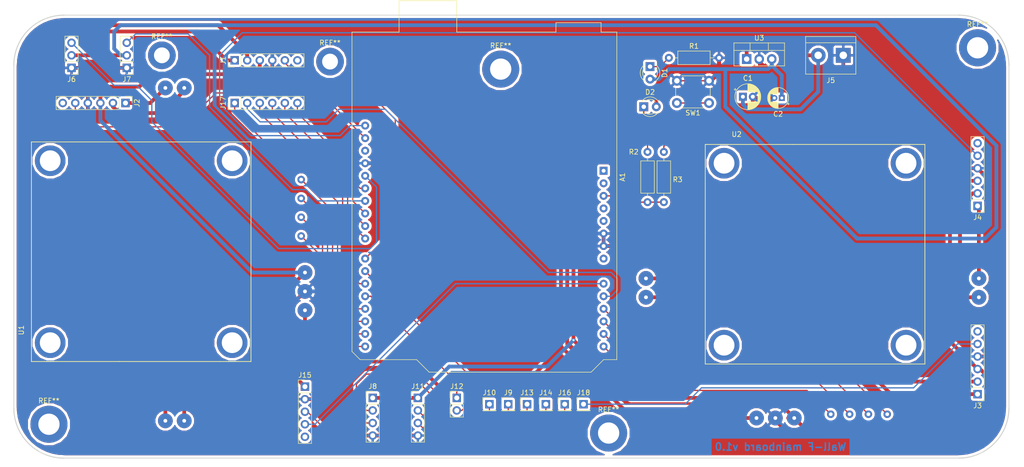
<source format=kicad_pcb>
(kicad_pcb (version 20171130) (host pcbnew "(5.0.1)-4")
  (layers (0 F.Cu signal) (31 B.Cu signal) (34 B.Paste user) (35 F.Paste user) (36 B.SilkS user) (37 F.SilkS user) (38 B.Mask user) (39 F.Mask user) (44 Edge.Cuts user))
  (net 0 "")
  (net 1 westP0_22)
  (net 2 southP0_23)
  (net 3 "Net-(A1-Pad1)")
  (net 4 southP0_29)
  (net 5 "Net-(A1-Pad2)")
  (net 6 southP0_9)
  (net 7 "Net-(A1-Pad3)")
  (net 8 RX_Pi)
  (net 9 "Net-(A1-Pad4)")
  (net 10 "Net-(A1-Pad20)")
  (net 11 "Net-(A1-Pad5)")
  (net 12 TX_Pi)
  (net 13 Earth)
  (net 14 northP0_0)
  (net 15 "Net-(A1-Pad23)")
  (net 16 "Net-(A1-Pad8)")
  (net 17 "Net-(A1-Pad24)")
  (net 18 TX)
  (net 19 "Net-(A1-Pad25)")
  (net 20 A1)
  (net 21 servo_leftright)
  (net 22 westP1_8)
  (net 23 "Net-(A1-Pad27)")
  (net 24 westP0_5)
  (net 25 servo_updown)
  (net 26 eastP0_6)
  (net 27 eastP0_7)
  (net 28 "Net-(A1-Pad30)")
  (net 29 northP1_10)
  (net 30 northP1_9)
  (net 31 12V)
  (net 32 5VU3)
  (net 33 "Net-(D1-Pad1)")
  (net 34 "Net-(D2-Pad1)")
  (net 35 5VU2)
  (net 36 north_out2)
  (net 37 north_out1)
  (net 38 5VU1)
  (net 39 "Net-(J1-Pad6)")
  (net 40 south_out2)
  (net 41 south_out1)
  (net 42 "Net-(J2-Pad6)")
  (net 43 east_out2)
  (net 44 east_out1)
  (net 45 eastP1_0)
  (net 46 "Net-(J3-Pad6)")
  (net 47 "Net-(J4-Pad6)")
  (net 48 west_out1)
  (net 49 west_out2)
  (net 50 echo_front)
  (net 51 trig_front)
  (net 52 trig_rear)
  (net 53 echo_rear)
  (net 54 RX)
  (net 55 "Net-(J15-Pad5)")
  (net 56 "Net-(R3-Pad1)")
  (module MountingHole:MountingHole_3.2mm_M3_DIN965_Pad (layer F.Cu) (at 142.24 102.108)
    (fp_text reference REF** (at 0 -3.8) (layer F.SilkS))
    (fp_text value MountingHole_3.2mm hide)
    (pad 1 thru_hole circle (at 0 0) (size 5.6 5.6) (drill 3.2) (layers *.Cu *.Mask))
  )
  (module MountingHole:MountingHole_4.3mm_M4_DIN965_Pad (layer F.Cu) (at 210.82 104.902)
    (fp_text reference REF** (at 0 -4.75) (layer F.SilkS))
    (fp_text value MountingHole_4.3mm hide)
    (pad 1 thru_hole circle (at 0 0) (size 7.5 7.5) (drill 4.3) (layers *.Cu *.Mask))
  )
  (module MountingHole:MountingHole_4.3mm_M4_DIN965_Pad (layer F.Cu) (at 307.34 100.584)
    (fp_text reference REF** (at 0 -4.75) (layer F.SilkS))
    (fp_text value MountingHole_4.3mm hide)
    (pad 1 thru_hole circle (at 0 0) (size 7.5 7.5) (drill 4.3) (layers *.Cu *.Mask))
  )
  (module MountingHole:MountingHole_4.3mm_M4_DIN965_Pad (layer F.Cu) (at 232.664 178.562)
    (fp_text reference REF** (at 0 -4.75) (layer F.SilkS))
    (fp_text value MountingHole_4.3mm hide)
    (pad 1 thru_hole circle (at 0 0) (size 7.5 7.5) (drill 4.3) (layers *.Cu *.Mask))
  )
  (module Module:Arduino_UNO_R3 (layer F.Cu) (at 231.648 125.476 270)
    (fp_text reference A1 (at 1.27 -3.81 90) (layer F.SilkS))
    (fp_text value LPCXpresso1549)
    (pad 16 thru_hole oval (at 33.02 48.26) (size 1.6 1.6) (drill 0.8) (layers *.Cu *.Mask) (net 30 northP1_9))
    (pad 15 thru_hole oval (at 35.56 48.26) (size 1.6 1.6) (drill 0.8) (layers *.Cu *.Mask) (net 29 northP1_10))
    (pad 30 thru_hole oval (at -4.06 48.26) (size 1.6 1.6) (drill 0.8) (layers *.Cu *.Mask) (net 28 "Net-(A1-Pad30)"))
    (pad 14 thru_hole oval (at 35.56 0) (size 1.6 1.6) (drill 0.8) (layers *.Cu *.Mask) (net 27 eastP0_7))
    (pad 29 thru_hole oval (at -1.52 48.26) (size 1.6 1.6) (drill 0.8) (layers *.Cu *.Mask) (net 13 Earth))
    (pad 13 thru_hole oval (at 33.02 0) (size 1.6 1.6) (drill 0.8) (layers *.Cu *.Mask) (net 26 eastP0_6))
    (pad 28 thru_hole oval (at 1.02 48.26) (size 1.6 1.6) (drill 0.8) (layers *.Cu *.Mask) (net 25 servo_updown))
    (pad 12 thru_hole oval (at 30.48 0) (size 1.6 1.6) (drill 0.8) (layers *.Cu *.Mask) (net 24 westP0_5))
    (pad 27 thru_hole oval (at 3.56 48.26) (size 1.6 1.6) (drill 0.8) (layers *.Cu *.Mask) (net 23 "Net-(A1-Pad27)"))
    (pad 11 thru_hole oval (at 27.94 0) (size 1.6 1.6) (drill 0.8) (layers *.Cu *.Mask) (net 22 westP1_8))
    (pad 26 thru_hole oval (at 6.1 48.26) (size 1.6 1.6) (drill 0.8) (layers *.Cu *.Mask) (net 21 servo_leftright))
    (pad 10 thru_hole oval (at 25.4 0) (size 1.6 1.6) (drill 0.8) (layers *.Cu *.Mask) (net 20 A1))
    (pad 25 thru_hole oval (at 8.64 48.26) (size 1.6 1.6) (drill 0.8) (layers *.Cu *.Mask) (net 19 "Net-(A1-Pad25)"))
    (pad 9 thru_hole oval (at 22.86 0) (size 1.6 1.6) (drill 0.8) (layers *.Cu *.Mask) (net 18 TX))
    (pad 24 thru_hole oval (at 11.18 48.26) (size 1.6 1.6) (drill 0.8) (layers *.Cu *.Mask) (net 17 "Net-(A1-Pad24)"))
    (pad 8 thru_hole oval (at 17.78 0) (size 1.6 1.6) (drill 0.8) (layers *.Cu *.Mask) (net 16 "Net-(A1-Pad8)"))
    (pad 23 thru_hole oval (at 13.72 48.26) (size 1.6 1.6) (drill 0.8) (layers *.Cu *.Mask) (net 15 "Net-(A1-Pad23)"))
    (pad 7 thru_hole oval (at 15.24 0) (size 1.6 1.6) (drill 0.8) (layers *.Cu *.Mask) (net 13 Earth))
    (pad 22 thru_hole oval (at 17.78 48.26) (size 1.6 1.6) (drill 0.8) (layers *.Cu *.Mask) (net 14 northP0_0))
    (pad 6 thru_hole oval (at 12.7 0) (size 1.6 1.6) (drill 0.8) (layers *.Cu *.Mask) (net 13 Earth))
    (pad 21 thru_hole oval (at 20.32 48.26) (size 1.6 1.6) (drill 0.8) (layers *.Cu *.Mask) (net 12 TX_Pi))
    (pad 5 thru_hole oval (at 10.16 0) (size 1.6 1.6) (drill 0.8) (layers *.Cu *.Mask) (net 11 "Net-(A1-Pad5)"))
    (pad 20 thru_hole oval (at 22.86 48.26) (size 1.6 1.6) (drill 0.8) (layers *.Cu *.Mask) (net 10 "Net-(A1-Pad20)"))
    (pad 4 thru_hole oval (at 7.62 0) (size 1.6 1.6) (drill 0.8) (layers *.Cu *.Mask) (net 9 "Net-(A1-Pad4)"))
    (pad 19 thru_hole oval (at 25.4 48.26) (size 1.6 1.6) (drill 0.8) (layers *.Cu *.Mask) (net 8 RX_Pi))
    (pad 3 thru_hole oval (at 5.08 0) (size 1.6 1.6) (drill 0.8) (layers *.Cu *.Mask) (net 7 "Net-(A1-Pad3)"))
    (pad 18 thru_hole oval (at 27.94 48.26) (size 1.6 1.6) (drill 0.8) (layers *.Cu *.Mask) (net 6 southP0_9))
    (pad 2 thru_hole oval (at 2.54 0) (size 1.6 1.6) (drill 0.8) (layers *.Cu *.Mask) (net 5 "Net-(A1-Pad2)"))
    (pad 17 thru_hole oval (at 30.48 48.26) (size 1.6 1.6) (drill 0.8) (layers *.Cu *.Mask) (net 4 southP0_29))
    (pad 1 thru_hole rect (at 0 0) (size 1.6 1.6) (drill 0.8) (layers *.Cu *.Mask) (net 3 "Net-(A1-Pad1)"))
    (pad 31 thru_hole oval (at -6.6 48.26) (size 1.6 1.6) (drill 0.8) (layers *.Cu *.Mask) (net 2 southP0_23))
    (pad 32 thru_hole oval (at -9.14 48.26) (size 1.6 1.6) (drill 0.8) (layers *.Cu *.Mask) (net 1 westP0_22))
  )
  (module customm:l298module (layer F.Cu) (at 252.222 120.142)
    (fp_text reference U2 (at 6.35 -2.04) (layer F.SilkS))
    (fp_text value L298module)
    (pad 12 thru_hole circle (at 40.64 3.81) (size 6.2 6.2) (drill 4.2) (layers *.Cu *.Mask))
    (pad 11 thru_hole circle (at 55.38 27.12) (size 3 3) (drill 0.762) (layers *.Cu *.Mask) (net 49 west_out2))
    (pad 10 thru_hole circle (at 55.38 30.94) (size 3 3) (drill 0.762) (layers *.Cu *.Mask) (net 48 west_out1))
    (pad 8 thru_hole circle (at -12 27.12) (size 3 3) (drill 0.762) (layers *.Cu *.Mask) (net 44 east_out1))
    (pad 9 thru_hole circle (at -12 30.94) (size 3 3) (drill 0.762) (layers *.Cu *.Mask) (net 43 east_out2))
    (pad 1 thru_hole circle (at 10.37 55.38) (size 3 3) (drill 0.762) (layers *.Cu *.Mask) (net 31 12V))
    (pad 2 thru_hole circle (at 14.19 55.38) (size 3 3) (drill 0.762) (layers *.Cu *.Mask) (net 13 Earth))
    (pad 3 thru_hole circle (at 18.01 55.38) (size 3 3) (drill 0.762) (layers *.Cu *.Mask) (net 35 5VU2))
    (pad 4 thru_hole circle (at 25.4 54.61) (size 1.524 1.524) (drill 0.762) (layers *.Cu *.Mask) (net 27 eastP0_7))
    (pad 5 thru_hole circle (at 29.21 54.61) (size 1.524 1.524) (drill 0.762) (layers *.Cu *.Mask) (net 26 eastP0_6))
    (pad 6 thru_hole circle (at 33.02 54.61) (size 1.524 1.524) (drill 0.762) (layers *.Cu *.Mask) (net 24 westP0_5))
    (pad 7 thru_hole circle (at 36.83 54.61) (size 1.524 1.524) (drill 0.762) (layers *.Cu *.Mask) (net 22 westP1_8))
    (pad 12 thru_hole circle (at 3.81 3.81) (size 6.2 6.2) (drill 4.2) (layers *.Cu *.Mask))
    (pad 12 thru_hole circle (at 3.81 40.64) (size 6.2 6.2) (drill 4.2) (layers *.Cu *.Mask))
    (pad 12 thru_hole circle (at 40.64 40.64) (size 6.2 6.2) (drill 4.2) (layers *.Cu *.Mask))
  )
  (module customm:l298module (layer F.Cu) (at 115.824 164.084 90)
    (fp_text reference U1 (at 6.35 -2.04 90) (layer F.SilkS))
    (fp_text value L298module)
    (pad 12 thru_hole circle (at 40.64 3.81 90) (size 6.2 6.2) (drill 4.2) (layers *.Cu *.Mask))
    (pad 11 thru_hole circle (at 55.38 27.12 90) (size 3 3) (drill 0.762) (layers *.Cu *.Mask) (net 40 south_out2))
    (pad 10 thru_hole circle (at 55.38 30.94 90) (size 3 3) (drill 0.762) (layers *.Cu *.Mask) (net 41 south_out1))
    (pad 8 thru_hole circle (at -12 27.12 90) (size 3 3) (drill 0.762) (layers *.Cu *.Mask) (net 37 north_out1))
    (pad 9 thru_hole circle (at -12 30.94 90) (size 3 3) (drill 0.762) (layers *.Cu *.Mask) (net 36 north_out2))
    (pad 1 thru_hole circle (at 10.37 55.38 90) (size 3 3) (drill 0.762) (layers *.Cu *.Mask) (net 31 12V))
    (pad 2 thru_hole circle (at 14.19 55.38 90) (size 3 3) (drill 0.762) (layers *.Cu *.Mask) (net 13 Earth))
    (pad 3 thru_hole circle (at 18.01 55.38 90) (size 3 3) (drill 0.762) (layers *.Cu *.Mask) (net 38 5VU1))
    (pad 4 thru_hole circle (at 25.4 54.61 90) (size 1.524 1.524) (drill 0.762) (layers *.Cu *.Mask) (net 29 northP1_10))
    (pad 5 thru_hole circle (at 29.21 54.61 90) (size 1.524 1.524) (drill 0.762) (layers *.Cu *.Mask) (net 30 northP1_9))
    (pad 6 thru_hole circle (at 33.02 54.61 90) (size 1.524 1.524) (drill 0.762) (layers *.Cu *.Mask) (net 4 southP0_29))
    (pad 7 thru_hole circle (at 36.83 54.61 90) (size 1.524 1.524) (drill 0.762) (layers *.Cu *.Mask) (net 6 southP0_9))
    (pad 12 thru_hole circle (at 3.81 3.81 90) (size 6.2 6.2) (drill 4.2) (layers *.Cu *.Mask))
    (pad 12 thru_hole circle (at 3.81 40.64 90) (size 6.2 6.2) (drill 4.2) (layers *.Cu *.Mask))
    (pad 12 thru_hole circle (at 40.64 40.64 90) (size 6.2 6.2) (drill 4.2) (layers *.Cu *.Mask))
  )
  (module Capacitor_THT:CP_Radial_D5.0mm_P2.00mm (layer F.Cu) (at 259.842 110.49)
    (fp_text reference C1 (at 1 -3.75) (layer F.SilkS))
    (fp_text value 0.33uF)
    (pad 2 thru_hole circle (at 2 0) (size 1.6 1.6) (drill 0.8) (layers *.Cu *.Mask) (net 13 Earth))
    (pad 1 thru_hole rect (at 0 0) (size 1.6 1.6) (drill 0.8) (layers *.Cu *.Mask) (net 31 12V))
  )
  (module Capacitor_THT:CP_Radial_D4.0mm_P1.50mm (layer F.Cu) (at 267.716 110.744 180)
    (fp_text reference C2 (at 0.75 -3.25 180) (layer F.SilkS))
    (fp_text value "104 ceramic")
    (pad 2 thru_hole circle (at 1.5 0 180) (size 1.2 1.2) (drill 0.6) (layers *.Cu *.Mask) (net 13 Earth))
    (pad 1 thru_hole rect (at 0 0 180) (size 1.2 1.2) (drill 0.6) (layers *.Cu *.Mask) (net 32 5VU3))
  )
  (module LED_THT:LED_D3.0mm (layer F.Cu) (at 241.046 104.394 270)
    (fp_text reference D1 (at 1.27 -2.96 270) (layer F.SilkS))
    (fp_text value "5VU3 LED")
    (pad 2 thru_hole circle (at 2.54 0 270) (size 1.8 1.8) (drill 0.9) (layers *.Cu *.Mask) (net 32 5VU3))
    (pad 1 thru_hole rect (at 0 0 270) (size 1.8 1.8) (drill 0.9) (layers *.Cu *.Mask) (net 33 "Net-(D1-Pad1)"))
  )
  (module LED_THT:LED_D3.0mm (layer F.Cu) (at 239.776 112.522)
    (fp_text reference D2 (at 1.27 -2.96) (layer F.SilkS))
    (fp_text value "reset LED")
    (pad 2 thru_hole circle (at 2.54 0) (size 1.8 1.8) (drill 0.9) (layers *.Cu *.Mask) (net 35 5VU2))
    (pad 1 thru_hole rect (at 0 0) (size 1.8 1.8) (drill 0.9) (layers *.Cu *.Mask) (net 34 "Net-(D2-Pad1)"))
  )
  (module Connector_PinHeader_2.54mm:PinHeader_1x06_P2.54mm_Vertical (layer F.Cu) (at 156.972 103.124 90)
    (fp_text reference J1 (at 0 -2.33 90) (layer F.SilkS))
    (fp_text value "north motor")
    (pad 6 thru_hole oval (at 0 12.7 90) (size 1.7 1.7) (drill 1) (layers *.Cu *.Mask) (net 39 "Net-(J1-Pad6)"))
    (pad 5 thru_hole oval (at 0 10.16 90) (size 1.7 1.7) (drill 1) (layers *.Cu *.Mask) (net 14 northP0_0))
    (pad 4 thru_hole oval (at 0 7.62 90) (size 1.7 1.7) (drill 1) (layers *.Cu *.Mask) (net 13 Earth))
    (pad 3 thru_hole oval (at 0 5.08 90) (size 1.7 1.7) (drill 1) (layers *.Cu *.Mask) (net 38 5VU1))
    (pad 2 thru_hole oval (at 0 2.54 90) (size 1.7 1.7) (drill 1) (layers *.Cu *.Mask) (net 37 north_out1))
    (pad 1 thru_hole rect (at 0 0 90) (size 1.7 1.7) (drill 1) (layers *.Cu *.Mask) (net 36 north_out2))
  )
  (module Connector_PinHeader_2.54mm:PinHeader_1x06_P2.54mm_Vertical (layer F.Cu) (at 134.874 111.76 270)
    (fp_text reference J2 (at 0 -2.33 270) (layer F.SilkS))
    (fp_text value "south motor")
    (pad 6 thru_hole oval (at 0 12.7 270) (size 1.7 1.7) (drill 1) (layers *.Cu *.Mask) (net 42 "Net-(J2-Pad6)"))
    (pad 5 thru_hole oval (at 0 10.16 270) (size 1.7 1.7) (drill 1) (layers *.Cu *.Mask) (net 2 southP0_23))
    (pad 4 thru_hole oval (at 0 7.62 270) (size 1.7 1.7) (drill 1) (layers *.Cu *.Mask) (net 13 Earth))
    (pad 3 thru_hole oval (at 0 5.08 270) (size 1.7 1.7) (drill 1) (layers *.Cu *.Mask) (net 38 5VU1))
    (pad 2 thru_hole oval (at 0 2.54 270) (size 1.7 1.7) (drill 1) (layers *.Cu *.Mask) (net 41 south_out1))
    (pad 1 thru_hole rect (at 0 0 270) (size 1.7 1.7) (drill 1) (layers *.Cu *.Mask) (net 40 south_out2))
  )
  (module Connector_PinHeader_2.54mm:PinHeader_1x06_P2.54mm_Vertical (layer F.Cu) (at 307.34 170.688 180)
    (fp_text reference J3 (at 0 -2.33 180) (layer F.SilkS))
    (fp_text value "east motor")
    (pad 6 thru_hole oval (at 0 12.7 180) (size 1.7 1.7) (drill 1) (layers *.Cu *.Mask) (net 46 "Net-(J3-Pad6)"))
    (pad 5 thru_hole oval (at 0 10.16 180) (size 1.7 1.7) (drill 1) (layers *.Cu *.Mask) (net 45 eastP1_0))
    (pad 4 thru_hole oval (at 0 7.62 180) (size 1.7 1.7) (drill 1) (layers *.Cu *.Mask) (net 13 Earth))
    (pad 3 thru_hole oval (at 0 5.08 180) (size 1.7 1.7) (drill 1) (layers *.Cu *.Mask) (net 35 5VU2))
    (pad 2 thru_hole oval (at 0 2.54 180) (size 1.7 1.7) (drill 1) (layers *.Cu *.Mask) (net 44 east_out1))
    (pad 1 thru_hole rect (at 0 0 180) (size 1.7 1.7) (drill 1) (layers *.Cu *.Mask) (net 43 east_out2))
  )
  (module Connector_PinHeader_2.54mm:PinHeader_1x06_P2.54mm_Vertical (layer F.Cu) (at 307.34 132.588 180)
    (fp_text reference J4 (at 0 -2.33 180) (layer F.SilkS))
    (fp_text value "west motor")
    (pad 6 thru_hole oval (at 0 12.7 180) (size 1.7 1.7) (drill 1) (layers *.Cu *.Mask) (net 47 "Net-(J4-Pad6)"))
    (pad 5 thru_hole oval (at 0 10.16 180) (size 1.7 1.7) (drill 1) (layers *.Cu *.Mask) (net 1 westP0_22))
    (pad 4 thru_hole oval (at 0 7.62 180) (size 1.7 1.7) (drill 1) (layers *.Cu *.Mask) (net 13 Earth))
    (pad 3 thru_hole oval (at 0 5.08 180) (size 1.7 1.7) (drill 1) (layers *.Cu *.Mask) (net 35 5VU2))
    (pad 2 thru_hole oval (at 0 2.54 180) (size 1.7 1.7) (drill 1) (layers *.Cu *.Mask) (net 48 west_out1))
    (pad 1 thru_hole rect (at 0 0 180) (size 1.7 1.7) (drill 1) (layers *.Cu *.Mask) (net 49 west_out2))
  )
  (module TerminalBlock:TerminalBlock_bornier-2_P5.08mm (layer F.Cu) (at 280.162 102.108 180)
    (fp_text reference J5 (at 2.54 -5.08 180) (layer F.SilkS))
    (fp_text value "9 -12V Input")
    (pad 2 thru_hole circle (at 5.08 0 180) (size 3 3) (drill 1.52) (layers *.Cu *.Mask) (net 31 12V))
    (pad 1 thru_hole rect (at 0 0 180) (size 3 3) (drill 1.52) (layers *.Cu *.Mask) (net 13 Earth))
  )
  (module Connector_PinHeader_2.54mm:PinHeader_1x03_P2.54mm_Vertical (layer F.Cu) (at 123.952 104.648 180)
    (fp_text reference J6 (at 0 -2.33 180) (layer F.SilkS))
    (fp_text value servo_updown)
    (pad 3 thru_hole oval (at 0 5.08 180) (size 1.7 1.7) (drill 1) (layers *.Cu *.Mask) (net 25 servo_updown))
    (pad 2 thru_hole oval (at 0 2.54 180) (size 1.7 1.7) (drill 1) (layers *.Cu *.Mask) (net 32 5VU3))
    (pad 1 thru_hole rect (at 0 0 180) (size 1.7 1.7) (drill 1) (layers *.Cu *.Mask) (net 13 Earth))
  )
  (module Connector_PinHeader_2.54mm:PinHeader_1x03_P2.54mm_Vertical (layer F.Cu) (at 135.128 104.648 180)
    (fp_text reference J7 (at 0 -2.33 180) (layer F.SilkS))
    (fp_text value servo_leftright)
    (pad 3 thru_hole oval (at 0 5.08 180) (size 1.7 1.7) (drill 1) (layers *.Cu *.Mask) (net 21 servo_leftright))
    (pad 2 thru_hole oval (at 0 2.54 180) (size 1.7 1.7) (drill 1) (layers *.Cu *.Mask) (net 32 5VU3))
    (pad 1 thru_hole rect (at 0 0 180) (size 1.7 1.7) (drill 1) (layers *.Cu *.Mask) (net 13 Earth))
  )
  (module Connector_PinHeader_2.54mm:PinHeader_1x04_P2.54mm_Vertical (layer F.Cu) (at 184.912 171.45)
    (fp_text reference J8 (at 0 -2.33) (layer F.SilkS))
    (fp_text value "ultrasonic front")
    (pad 4 thru_hole oval (at 0 7.62) (size 1.7 1.7) (drill 1) (layers *.Cu *.Mask) (net 13 Earth))
    (pad 3 thru_hole oval (at 0 5.08) (size 1.7 1.7) (drill 1) (layers *.Cu *.Mask) (net 50 echo_front))
    (pad 2 thru_hole oval (at 0 2.54) (size 1.7 1.7) (drill 1) (layers *.Cu *.Mask) (net 51 trig_front))
    (pad 1 thru_hole rect (at 0 0) (size 1.7 1.7) (drill 1) (layers *.Cu *.Mask) (net 35 5VU2))
  )
  (module Connector_PinHeader_2.54mm:PinHeader_1x01_P2.54mm_Vertical (layer F.Cu) (at 212.344 172.72)
    (fp_text reference J9 (at 0 -2.33) (layer F.SilkS))
    (fp_text value "P1_4 trig fron")
    (pad 1 thru_hole rect (at 0 0) (size 1.7 1.7) (drill 1) (layers *.Cu *.Mask) (net 51 trig_front))
  )
  (module Connector_PinHeader_2.54mm:PinHeader_1x01_P2.54mm_Vertical (layer F.Cu) (at 208.534 172.72)
    (fp_text reference J10 (at 0 -2.33) (layer F.SilkS))
    (fp_text value "P1_6 ech fron")
    (pad 1 thru_hole rect (at 0 0) (size 1.7 1.7) (drill 1) (layers *.Cu *.Mask) (net 50 echo_front))
  )
  (module Connector_PinHeader_2.54mm:PinHeader_1x04_P2.54mm_Vertical (layer F.Cu) (at 194.056 171.45)
    (fp_text reference J11 (at 0 -2.33) (layer F.SilkS))
    (fp_text value "ultrasonic rear")
    (pad 4 thru_hole oval (at 0 7.62) (size 1.7 1.7) (drill 1) (layers *.Cu *.Mask) (net 13 Earth))
    (pad 3 thru_hole oval (at 0 5.08) (size 1.7 1.7) (drill 1) (layers *.Cu *.Mask) (net 53 echo_rear))
    (pad 2 thru_hole oval (at 0 2.54) (size 1.7 1.7) (drill 1) (layers *.Cu *.Mask) (net 52 trig_rear))
    (pad 1 thru_hole rect (at 0 0) (size 1.7 1.7) (drill 1) (layers *.Cu *.Mask) (net 35 5VU2))
  )
  (module Connector_PinHeader_2.54mm:PinHeader_1x02_P2.54mm_Vertical (layer F.Cu) (at 201.93 171.45)
    (fp_text reference J12 (at 0 -2.33) (layer F.SilkS))
    (fp_text value "Pi's UART")
    (pad 2 thru_hole oval (at 0 2.54) (size 1.7 1.7) (drill 1) (layers *.Cu *.Mask) (net 12 TX_Pi))
    (pad 1 thru_hole rect (at 0 0) (size 1.7 1.7) (drill 1) (layers *.Cu *.Mask) (net 8 RX_Pi))
  )
  (module Connector_PinHeader_2.54mm:PinHeader_1x01_P2.54mm_Vertical (layer F.Cu) (at 216.154 172.72)
    (fp_text reference J13 (at 0 -2.33) (layer F.SilkS))
    (fp_text value "P1_5 trig rear")
    (pad 1 thru_hole rect (at 0 0) (size 1.7 1.7) (drill 1) (layers *.Cu *.Mask) (net 52 trig_rear))
  )
  (module Connector_PinHeader_2.54mm:PinHeader_1x01_P2.54mm_Vertical (layer F.Cu) (at 219.964 172.72)
    (fp_text reference J14 (at 0 -2.33) (layer F.SilkS))
    (fp_text value "P1_7 ech rear")
    (pad 1 thru_hole rect (at 0 0) (size 1.7 1.7) (drill 1) (layers *.Cu *.Mask) (net 53 echo_rear))
  )
  (module Connector_PinHeader_2.54mm:PinHeader_1x05_P2.54mm_Vertical (layer F.Cu) (at 171.196 169.164)
    (fp_text reference J15 (at 0 -2.33) (layer F.SilkS))
    (fp_text value "HC12 module")
    (pad 5 thru_hole oval (at 0 10.16) (size 1.7 1.7) (drill 1) (layers *.Cu *.Mask) (net 55 "Net-(J15-Pad5)"))
    (pad 4 thru_hole oval (at 0 7.62) (size 1.7 1.7) (drill 1) (layers *.Cu *.Mask) (net 18 TX))
    (pad 3 thru_hole oval (at 0 5.08) (size 1.7 1.7) (drill 1) (layers *.Cu *.Mask) (net 54 RX))
    (pad 2 thru_hole oval (at 0 2.54) (size 1.7 1.7) (drill 1) (layers *.Cu *.Mask) (net 13 Earth))
    (pad 1 thru_hole rect (at 0 0) (size 1.7 1.7) (drill 1) (layers *.Cu *.Mask) (net 38 5VU1))
  )
  (module Connector_PinHeader_2.54mm:PinHeader_1x01_P2.54mm_Vertical (layer F.Cu) (at 223.774 172.72)
    (fp_text reference J16 (at 0 -2.33) (layer F.SilkS))
    (fp_text value "P1_1 LPCs TX")
    (pad 1 thru_hole rect (at 0 0) (size 1.7 1.7) (drill 1) (layers *.Cu *.Mask) (net 54 RX))
  )
  (module Connector_PinHeader_2.54mm:PinHeader_1x06_P2.54mm_Vertical (layer F.Cu) (at 156.972 111.76 90)
    (fp_text reference J17 (at 0 -2.33 90) (layer F.SilkS))
    (fp_text value extender)
    (pad 6 thru_hole oval (at 0 12.7 90) (size 1.7 1.7) (drill 1) (layers *.Cu *.Mask) (net 23 "Net-(A1-Pad27)"))
    (pad 5 thru_hole oval (at 0 10.16 90) (size 1.7 1.7) (drill 1) (layers *.Cu *.Mask) (net 19 "Net-(A1-Pad25)"))
    (pad 4 thru_hole oval (at 0 7.62 90) (size 1.7 1.7) (drill 1) (layers *.Cu *.Mask) (net 17 "Net-(A1-Pad24)"))
    (pad 3 thru_hole oval (at 0 5.08 90) (size 1.7 1.7) (drill 1) (layers *.Cu *.Mask) (net 15 "Net-(A1-Pad23)"))
    (pad 2 thru_hole oval (at 0 2.54 90) (size 1.7 1.7) (drill 1) (layers *.Cu *.Mask) (net 20 A1))
    (pad 1 thru_hole rect (at 0 0 90) (size 1.7 1.7) (drill 1) (layers *.Cu *.Mask) (net 10 "Net-(A1-Pad20)"))
  )
  (module Connector_PinHeader_2.54mm:PinHeader_1x01_P2.54mm_Vertical (layer F.Cu) (at 227.584 172.72)
    (fp_text reference J18 (at 0 -2.33) (layer F.SilkS))
    (fp_text value "extenfer P1_0")
    (pad 1 thru_hole rect (at 0 0) (size 1.7 1.7) (drill 1) (layers *.Cu *.Mask) (net 45 eastP1_0))
  )
  (module Resistor_THT:R_Axial_DIN0207_L6.3mm_D2.5mm_P10.16mm_Horizontal (layer F.Cu) (at 244.856 102.616)
    (fp_text reference R1 (at 5.08 -2.37) (layer F.SilkS))
    (fp_text value 1k)
    (pad 2 thru_hole oval (at 10.16 0) (size 1.6 1.6) (drill 0.8) (layers *.Cu *.Mask) (net 13 Earth))
    (pad 1 thru_hole circle (at 0 0) (size 1.6 1.6) (drill 0.8) (layers *.Cu *.Mask) (net 33 "Net-(D1-Pad1)"))
  )
  (module Resistor_THT:R_Axial_DIN0207_L6.3mm_D2.5mm_P10.16mm_Horizontal (layer F.Cu) (at 240.538 121.666 270)
    (fp_text reference R2 (at 0 2.794) (layer F.SilkS))
    (fp_text value 2.2k)
    (pad 2 thru_hole oval (at 10.16 0 270) (size 1.6 1.6) (drill 0.8) (layers *.Cu *.Mask) (net 7 "Net-(A1-Pad3)"))
    (pad 1 thru_hole circle (at 0 0 270) (size 1.6 1.6) (drill 0.8) (layers *.Cu *.Mask) (net 34 "Net-(D2-Pad1)"))
  )
  (module Resistor_THT:R_Axial_DIN0207_L6.3mm_D2.5mm_P10.16mm_Horizontal (layer F.Cu) (at 243.84 121.666 270)
    (fp_text reference R3 (at 5.588 -2.794) (layer F.SilkS))
    (fp_text value 100R)
    (pad 2 thru_hole oval (at 10.16 0 270) (size 1.6 1.6) (drill 0.8) (layers *.Cu *.Mask) (net 7 "Net-(A1-Pad3)"))
    (pad 1 thru_hole circle (at 0 0 270) (size 1.6 1.6) (drill 0.8) (layers *.Cu *.Mask) (net 56 "Net-(R3-Pad1)"))
  )
  (module Button_Switch_THT:SW_PUSH_6mm (layer F.Cu) (at 252.984 111.76 180)
    (fp_text reference SW1 (at 3.25 -2 180) (layer F.SilkS))
    (fp_text value SW_Push)
    (pad 1 thru_hole circle (at 6.5 0 270) (size 2 2) (drill 1.1) (layers *.Cu *.Mask) (net 56 "Net-(R3-Pad1)"))
    (pad 2 thru_hole circle (at 6.5 4.5 270) (size 2 2) (drill 1.1) (layers *.Cu *.Mask) (net 13 Earth))
    (pad 1 thru_hole circle (at 0 0 270) (size 2 2) (drill 1.1) (layers *.Cu *.Mask) (net 56 "Net-(R3-Pad1)"))
    (pad 2 thru_hole circle (at 0 4.5 270) (size 2 2) (drill 1.1) (layers *.Cu *.Mask) (net 13 Earth))
  )
  (module Package_TO_SOT_THT:TO-220-3_Vertical (layer F.Cu) (at 260.604 102.87)
    (fp_text reference U3 (at 2.54 -4.27) (layer F.SilkS))
    (fp_text value L7805)
    (pad 3 thru_hole oval (at 5.08 0) (size 1.905 2) (drill 1.1) (layers *.Cu *.Mask) (net 32 5VU3))
    (pad 2 thru_hole oval (at 2.54 0) (size 1.905 2) (drill 1.1) (layers *.Cu *.Mask) (net 13 Earth))
    (pad 1 thru_hole rect (at 0 0) (size 1.905 2) (drill 1.1) (layers *.Cu *.Mask) (net 31 12V))
  )
  (module MountingHole:MountingHole_4.3mm_M4_DIN965_Pad (layer F.Cu) (at 119.38 176.784)
    (fp_text reference REF** (at 0 -4.75) (layer F.SilkS))
    (fp_text value MountingHole_4.3mm hide)
    (pad 1 thru_hole circle (at 0 0) (size 7.5 7.5) (drill 4.3) (layers *.Cu *.Mask))
  )
  (module MountingHole:MountingHole_3.2mm_M3_DIN965_Pad (layer F.Cu) (at 176.276 103.378)
    (fp_text reference REF** (at 0 -3.8) (layer F.SilkS))
    (fp_text value MountingHole_3.2mm hide)
    (pad 1 thru_hole circle (at 0 0) (size 5.6 5.6) (drill 3.2) (layers *.Cu *.Mask))
  )
  (gr_line (start 303.53 93.98) (end 122.428 93.98) (layer Edge.Cuts) (width 0.15))
  (gr_line (start 313.69 173.482) (end 313.69 104.14) (layer Edge.Cuts) (width 0.15))
  (gr_line (start 122.428 183.642) (end 303.53 183.642) (layer Edge.Cuts) (width 0.15))
  (gr_line (start 112.268 104.14) (end 112.268 173.482) (layer Edge.Cuts) (width 0.15))
  (gr_arc (start 122.428 104.14) (end 122.428 93.98) (angle -90) (layer Edge.Cuts) (width 0.2))
  (gr_arc (start 303.53 104.14) (end 313.69 104.14) (angle -90) (layer Edge.Cuts) (width 0.2))
  (gr_arc (start 303.53 173.482) (end 303.53 183.642) (angle -90) (layer Edge.Cuts) (width 0.2))
  (gr_arc (start 122.428 173.482) (end 112.268 173.482) (angle -90) (layer Edge.Cuts) (width 0.2))
  (gr_text "Wall-F mainboard v1.0" (at 267.462 181.356) (layer B.Cu) (effects (font (size 1.5 1.5) (thickness 0.3)) (justify mirror)))
  (segment (start 282.448 97.536) (end 307.34 122.428) (width 0.254) (layer B.Cu) (net 1))
  (segment (start 158.496 97.536) (end 282.448 97.536) (width 0.254) (layer B.Cu) (net 1))
  (segment (start 180.336 116.336) (end 178.308 118.364) (width 0.254) (layer B.Cu) (net 1))
  (segment (start 183.388 116.336) (end 180.336 116.336) (width 0.254) (layer B.Cu) (net 1))
  (segment (start 178.308 118.364) (end 160.274 118.364) (width 0.254) (layer B.Cu) (net 1))
  (segment (start 160.274 118.364) (end 153.924 112.014) (width 0.254) (layer B.Cu) (net 1))
  (segment (start 153.924 112.014) (end 153.924 102.108) (width 0.254) (layer B.Cu) (net 1))
  (segment (start 153.924 102.108) (end 158.496 97.536) (width 0.254) (layer B.Cu) (net 1))
  (segment (start 174.24 109.728) (end 183.388 118.876) (width 0.254) (layer F.Cu) (net 2))
  (segment (start 153.162 109.728) (end 174.24 109.728) (width 0.254) (layer F.Cu) (net 2))
  (segment (start 146.304 116.586) (end 153.162 109.728) (width 0.254) (layer F.Cu) (net 2))
  (segment (start 128.337919 116.586) (end 146.304 116.586) (width 0.254) (layer F.Cu) (net 2))
  (segment (start 124.714 111.76) (end 124.714 112.962081) (width 0.254) (layer F.Cu) (net 2))
  (segment (start 124.714 112.962081) (end 128.337919 116.586) (width 0.254) (layer F.Cu) (net 2))
  (segment (start 180.34 155.956) (end 183.388 155.956) (width 0.254) (layer F.Cu) (net 4))
  (segment (start 175.768 151.384) (end 180.34 155.956) (width 0.254) (layer F.Cu) (net 4))
  (segment (start 170.434 131.064) (end 175.768 136.398) (width 0.254) (layer F.Cu) (net 4))
  (segment (start 175.768 136.398) (end 175.768 151.384) (width 0.254) (layer F.Cu) (net 4))
  (segment (start 180.34 153.416) (end 183.388 153.416) (width 0.254) (layer F.Cu) (net 6))
  (segment (start 176.784 149.86) (end 180.34 153.416) (width 0.254) (layer F.Cu) (net 6))
  (segment (start 170.434 127.254) (end 176.784 133.604) (width 0.254) (layer F.Cu) (net 6))
  (segment (start 176.784 133.604) (end 176.784 149.86) (width 0.254) (layer F.Cu) (net 6))
  (segment (start 242.70863 131.826) (end 240.538 131.826) (width 0.254) (layer F.Cu) (net 7))
  (segment (start 243.84 131.826) (end 242.70863 131.826) (width 0.254) (layer F.Cu) (net 7))
  (segment (start 236.982 131.826) (end 240.538 131.826) (width 0.254) (layer F.Cu) (net 7))
  (segment (start 231.648 130.556) (end 235.712 130.556) (width 0.254) (layer F.Cu) (net 7))
  (segment (start 235.712 130.556) (end 236.982 131.826) (width 0.254) (layer F.Cu) (net 7))
  (segment (start 201.93 170.346) (end 201.93 171.45) (width 0.254) (layer F.Cu) (net 8))
  (segment (start 201.93 168.28663) (end 201.93 170.346) (width 0.254) (layer F.Cu) (net 8))
  (segment (start 184.51937 150.876) (end 201.93 168.28663) (width 0.254) (layer F.Cu) (net 8))
  (segment (start 183.388 150.876) (end 184.51937 150.876) (width 0.254) (layer F.Cu) (net 8))
  (segment (start 168.402 124.968) (end 156.972 113.538) (width 0.254) (layer F.Cu) (net 10))
  (segment (start 156.972 113.538) (end 156.972 111.76) (width 0.254) (layer F.Cu) (net 10))
  (segment (start 170.978038 124.968) (end 168.402 124.968) (width 0.254) (layer F.Cu) (net 10))
  (segment (start 177.8 131.789962) (end 170.978038 124.968) (width 0.254) (layer F.Cu) (net 10))
  (segment (start 177.8 143.87937) (end 177.8 131.789962) (width 0.254) (layer F.Cu) (net 10))
  (segment (start 183.388 148.336) (end 182.25663 148.336) (width 0.254) (layer F.Cu) (net 10))
  (segment (start 182.25663 148.336) (end 177.8 143.87937) (width 0.254) (layer F.Cu) (net 10))
  (segment (start 203.962 166.37) (end 183.388 145.796) (width 0.254) (layer F.Cu) (net 12))
  (segment (start 203.962 172.974) (end 203.962 166.37) (width 0.254) (layer F.Cu) (net 12))
  (segment (start 201.93 173.99) (end 202.946 173.99) (width 0.254) (layer F.Cu) (net 12))
  (segment (start 202.946 173.99) (end 203.962 172.974) (width 0.254) (layer F.Cu) (net 12))
  (segment (start 192.853919 179.07) (end 184.912 179.07) (width 0.762) (layer F.Cu) (net 13))
  (segment (start 194.056 179.07) (end 192.853919 179.07) (width 0.762) (layer F.Cu) (net 13))
  (segment (start 172.72 171.704) (end 171.196 171.704) (width 0.762) (layer F.Cu) (net 13))
  (segment (start 180.086 179.07) (end 172.72 171.704) (width 0.762) (layer F.Cu) (net 13))
  (segment (start 184.912 179.07) (end 180.086 179.07) (width 0.762) (layer F.Cu) (net 13))
  (segment (start 173.482 170.942) (end 172.72 171.704) (width 0.762) (layer F.Cu) (net 13))
  (segment (start 173.482 166.37) (end 173.482 170.942) (width 0.762) (layer F.Cu) (net 13))
  (segment (start 167.894 160.782) (end 173.482 166.37) (width 0.762) (layer F.Cu) (net 13))
  (segment (start 171.204 149.894) (end 167.894 153.204) (width 0.762) (layer F.Cu) (net 13))
  (segment (start 167.894 153.204) (end 167.894 160.782) (width 0.762) (layer F.Cu) (net 13))
  (segment (start 232.77937 140.716) (end 231.648 140.716) (width 0.762) (layer F.Cu) (net 13))
  (segment (start 257.81 140.716) (end 232.77937 140.716) (width 0.762) (layer F.Cu) (net 13))
  (segment (start 231.648 138.176) (end 231.648 140.716) (width 0.762) (layer F.Cu) (net 13))
  (segment (start 261.842 111.62137) (end 261.874 111.65337) (width 0.762) (layer F.Cu) (net 13))
  (segment (start 261.842 110.49) (end 261.842 111.62137) (width 0.762) (layer F.Cu) (net 13))
  (segment (start 261.874 136.652) (end 257.81 140.716) (width 0.762) (layer F.Cu) (net 13))
  (segment (start 261.874 111.65337) (end 261.874 136.652) (width 0.762) (layer F.Cu) (net 13))
  (segment (start 262.096 110.744) (end 261.842 110.49) (width 0.762) (layer F.Cu) (net 13))
  (segment (start 264.16 105.648) (end 264.16 110.744) (width 0.762) (layer F.Cu) (net 13))
  (segment (start 266.216 110.744) (end 264.16 110.744) (width 0.762) (layer F.Cu) (net 13))
  (segment (start 264.16 110.744) (end 262.096 110.744) (width 0.762) (layer F.Cu) (net 13))
  (segment (start 280.162 102.108) (end 280.162 104.37) (width 0.762) (layer F.Cu) (net 13))
  (segment (start 280.162 105.664) (end 280.162 104.37) (width 0.762) (layer F.Cu) (net 13))
  (segment (start 285.496 105.664) (end 280.162 105.664) (width 0.762) (layer F.Cu) (net 13))
  (segment (start 307.34 124.968) (end 304.8 124.968) (width 0.762) (layer F.Cu) (net 13))
  (segment (start 304.8 124.968) (end 285.496 105.664) (width 0.762) (layer F.Cu) (net 13))
  (segment (start 280.162 105.648) (end 264.16 105.648) (width 0.762) (layer F.Cu) (net 13))
  (segment (start 280.162 104.37) (end 280.162 105.648) (width 0.762) (layer F.Cu) (net 13))
  (segment (start 263.144 102.87) (end 263.144 103.378) (width 0.762) (layer F.Cu) (net 13))
  (segment (start 263.144 103.378) (end 264.16 104.394) (width 0.762) (layer F.Cu) (net 13))
  (segment (start 164.592 103.124) (end 164.592 104.394) (width 0.762) (layer F.Cu) (net 13))
  (segment (start 164.592 104.394) (end 164.592 106.426) (width 0.762) (layer F.Cu) (net 13))
  (segment (start 164.592 106.426) (end 164.592 107.442) (width 0.762) (layer F.Cu) (net 13))
  (segment (start 135.128 104.648) (end 133.516 104.648) (width 0.762) (layer F.Cu) (net 13))
  (segment (start 127.254 111.76) (end 127.254 104.648) (width 0.762) (layer F.Cu) (net 13))
  (segment (start 133.516 104.648) (end 127.254 104.648) (width 0.762) (layer F.Cu) (net 13))
  (segment (start 127.254 104.648) (end 123.952 104.648) (width 0.762) (layer F.Cu) (net 13))
  (segment (start 264.16 104.394) (end 264.16 105.156) (width 0.762) (layer F.Cu) (net 13))
  (segment (start 264.16 105.156) (end 264.16 105.648) (width 0.762) (layer F.Cu) (net 13))
  (segment (start 264.144 105.664) (end 264.16 105.648) (width 0.762) (layer F.Cu) (net 13))
  (segment (start 255.016 102.616) (end 255.016 105.664) (width 0.762) (layer F.Cu) (net 13))
  (segment (start 255.016 105.664) (end 264.144 105.664) (width 0.762) (layer F.Cu) (net 13))
  (segment (start 255.016 104.72) (end 255.016 102.616) (width 0.762) (layer F.Cu) (net 13))
  (segment (start 255.016 105.664) (end 255.016 104.72) (width 0.762) (layer F.Cu) (net 13))
  (segment (start 252.984 107.26) (end 253.42 107.26) (width 0.762) (layer F.Cu) (net 13))
  (segment (start 253.42 107.26) (end 255.016 105.664) (width 0.762) (layer F.Cu) (net 13))
  (segment (start 247.898213 107.26) (end 252.984 107.26) (width 0.254) (layer F.Cu) (net 13))
  (segment (start 246.484 107.26) (end 247.898213 107.26) (width 0.254) (layer F.Cu) (net 13))
  (segment (start 311.15 163.068) (end 307.34 163.068) (width 0.762) (layer F.Cu) (net 13))
  (segment (start 311.15 173.99) (end 311.15 163.068) (width 0.762) (layer F.Cu) (net 13))
  (segment (start 306.578 178.562) (end 311.15 173.99) (width 0.762) (layer F.Cu) (net 13))
  (segment (start 268.986 178.562) (end 306.578 178.562) (width 0.762) (layer F.Cu) (net 13))
  (segment (start 266.412 175.522) (end 266.412 175.988) (width 0.762) (layer F.Cu) (net 13))
  (segment (start 266.412 175.988) (end 268.986 178.562) (width 0.762) (layer F.Cu) (net 13))
  (segment (start 311.15 128.778) (end 307.34 124.968) (width 0.762) (layer F.Cu) (net 13))
  (segment (start 311.15 163.068) (end 311.15 128.778) (width 0.762) (layer F.Cu) (net 13))
  (segment (start 187.452 126.238) (end 185.17 123.956) (width 0.762) (layer B.Cu) (net 13))
  (segment (start 185.17 123.956) (end 183.388 123.956) (width 0.762) (layer B.Cu) (net 13))
  (segment (start 187.452 160.782) (end 187.452 126.238) (width 0.762) (layer B.Cu) (net 13))
  (segment (start 173.32532 149.894) (end 177.8 154.36868) (width 0.762) (layer B.Cu) (net 13))
  (segment (start 171.204 149.894) (end 173.32532 149.894) (width 0.762) (layer B.Cu) (net 13))
  (segment (start 177.8 154.36868) (end 177.8 161.798) (width 0.762) (layer B.Cu) (net 13))
  (segment (start 177.8 161.798) (end 179.324 163.322) (width 0.762) (layer B.Cu) (net 13))
  (segment (start 179.324 163.322) (end 184.912 163.322) (width 0.762) (layer B.Cu) (net 13))
  (segment (start 184.912 163.322) (end 187.452 160.782) (width 0.762) (layer B.Cu) (net 13))
  (segment (start 164.592 101.092) (end 164.592 103.124) (width 0.762) (layer B.Cu) (net 13))
  (segment (start 166.624 99.06) (end 164.592 101.092) (width 0.762) (layer B.Cu) (net 13))
  (segment (start 185.928 99.06) (end 166.624 99.06) (width 0.762) (layer B.Cu) (net 13))
  (segment (start 231.648 138.176) (end 225.044 138.176) (width 0.762) (layer B.Cu) (net 13))
  (segment (start 225.044 138.176) (end 185.928 99.06) (width 0.762) (layer B.Cu) (net 13))
  (segment (start 185.416 123.956) (end 183.388 123.956) (width 0.762) (layer F.Cu) (net 13))
  (segment (start 186.944 122.428) (end 185.416 123.956) (width 0.762) (layer F.Cu) (net 13))
  (segment (start 186.944 114.3) (end 186.944 122.428) (width 0.762) (layer F.Cu) (net 13))
  (segment (start 181.102 108.458) (end 186.944 114.3) (width 0.762) (layer F.Cu) (net 13))
  (segment (start 164.592 107.442) (end 164.592 108.458) (width 0.762) (layer F.Cu) (net 13))
  (segment (start 164.592 108.458) (end 181.102 108.458) (width 0.762) (layer F.Cu) (net 13))
  (segment (start 152.146 108.458) (end 164.592 108.458) (width 0.762) (layer F.Cu) (net 13))
  (segment (start 145.288 115.316) (end 152.146 108.458) (width 0.762) (layer F.Cu) (net 13))
  (segment (start 129.54 115.316) (end 145.288 115.316) (width 0.762) (layer F.Cu) (net 13))
  (segment (start 127.254 111.76) (end 127.254 113.03) (width 0.762) (layer F.Cu) (net 13))
  (segment (start 127.254 113.03) (end 129.54 115.316) (width 0.762) (layer F.Cu) (net 13))
  (segment (start 189.484 137.16) (end 183.388 143.256) (width 0.254) (layer F.Cu) (net 14))
  (segment (start 189.484 115.062) (end 189.484 137.16) (width 0.254) (layer F.Cu) (net 14))
  (segment (start 181.61 107.188) (end 189.484 115.062) (width 0.254) (layer F.Cu) (net 14))
  (segment (start 170.688 107.188) (end 181.61 107.188) (width 0.254) (layer F.Cu) (net 14))
  (segment (start 167.132 103.124) (end 167.132 103.632) (width 0.254) (layer F.Cu) (net 14))
  (segment (start 167.132 103.632) (end 170.688 107.188) (width 0.254) (layer F.Cu) (net 14))
  (segment (start 178.816 134.624) (end 183.388 139.196) (width 0.254) (layer F.Cu) (net 15))
  (segment (start 178.816 130.556) (end 178.816 134.624) (width 0.254) (layer F.Cu) (net 15))
  (segment (start 162.052 111.76) (end 162.052 113.792) (width 0.254) (layer F.Cu) (net 15))
  (segment (start 162.052 113.792) (end 178.816 130.556) (width 0.254) (layer F.Cu) (net 15))
  (segment (start 179.832 133.1) (end 183.388 136.656) (width 0.254) (layer F.Cu) (net 17))
  (segment (start 179.832 129.032) (end 179.832 133.1) (width 0.254) (layer F.Cu) (net 17))
  (segment (start 164.592 111.76) (end 164.592 113.792) (width 0.254) (layer F.Cu) (net 17))
  (segment (start 164.592 113.792) (end 179.832 129.032) (width 0.254) (layer F.Cu) (net 17))
  (segment (start 171.196 176.784) (end 173.228 176.784) (width 0.254) (layer B.Cu) (net 18))
  (segment (start 201.676 148.336) (end 231.648 148.336) (width 0.254) (layer B.Cu) (net 18))
  (segment (start 173.228 176.784) (end 201.676 148.336) (width 0.254) (layer B.Cu) (net 18))
  (segment (start 180.848 131.576) (end 183.388 134.116) (width 0.254) (layer F.Cu) (net 19))
  (segment (start 180.848 127.508) (end 180.848 131.576) (width 0.254) (layer F.Cu) (net 19))
  (segment (start 167.132 111.76) (end 167.132 113.792) (width 0.254) (layer F.Cu) (net 19))
  (segment (start 167.132 113.792) (end 180.848 127.508) (width 0.254) (layer F.Cu) (net 19))
  (segment (start 233.172 150.876) (end 231.648 150.876) (width 0.254) (layer B.Cu) (net 20))
  (segment (start 234.442 149.606) (end 233.172 150.876) (width 0.254) (layer B.Cu) (net 20))
  (segment (start 234.442 147.32) (end 234.442 149.606) (width 0.254) (layer B.Cu) (net 20))
  (segment (start 233.172 146.05) (end 234.442 147.32) (width 0.254) (layer B.Cu) (net 20))
  (segment (start 220.472 146.05) (end 233.172 146.05) (width 0.254) (layer B.Cu) (net 20))
  (segment (start 159.512 112.962081) (end 162.119919 115.57) (width 0.254) (layer B.Cu) (net 20))
  (segment (start 159.512 111.76) (end 159.512 112.962081) (width 0.254) (layer B.Cu) (net 20))
  (segment (start 162.119919 115.57) (end 175.514 115.57) (width 0.254) (layer B.Cu) (net 20))
  (segment (start 175.514 115.57) (end 178.054 113.03) (width 0.254) (layer B.Cu) (net 20))
  (segment (start 178.054 113.03) (end 187.452 113.03) (width 0.254) (layer B.Cu) (net 20))
  (segment (start 187.452 113.03) (end 220.472 146.05) (width 0.254) (layer B.Cu) (net 20))
  (segment (start 173.74 131.576) (end 182.25663 131.576) (width 0.254) (layer B.Cu) (net 21))
  (segment (start 171.45 129.286) (end 173.74 131.576) (width 0.254) (layer B.Cu) (net 21))
  (segment (start 136.906 97.79) (end 147.574 97.79) (width 0.254) (layer B.Cu) (net 21))
  (segment (start 135.128 99.568) (end 136.906 97.79) (width 0.254) (layer B.Cu) (net 21))
  (segment (start 182.25663 131.576) (end 183.388 131.576) (width 0.254) (layer B.Cu) (net 21))
  (segment (start 147.574 97.79) (end 151.892 102.108) (width 0.254) (layer B.Cu) (net 21))
  (segment (start 151.892 112.522) (end 168.656 129.286) (width 0.254) (layer B.Cu) (net 21))
  (segment (start 151.892 102.108) (end 151.892 112.522) (width 0.254) (layer B.Cu) (net 21))
  (segment (start 168.656 129.286) (end 171.45 129.286) (width 0.254) (layer B.Cu) (net 21))
  (segment (start 243.586 165.354) (end 231.648 153.416) (width 0.254) (layer F.Cu) (net 22))
  (segment (start 289.052 174.752) (end 279.654 165.354) (width 0.254) (layer F.Cu) (net 22))
  (segment (start 279.654 165.354) (end 243.586 165.354) (width 0.254) (layer F.Cu) (net 22))
  (segment (start 182.376 129.036) (end 183.388 129.036) (width 0.254) (layer F.Cu) (net 23))
  (segment (start 181.864 128.524) (end 182.376 129.036) (width 0.254) (layer F.Cu) (net 23))
  (segment (start 181.864 125.984) (end 181.864 128.524) (width 0.254) (layer F.Cu) (net 23))
  (segment (start 169.672 111.76) (end 169.672 113.792) (width 0.254) (layer F.Cu) (net 23))
  (segment (start 169.672 113.792) (end 181.864 125.984) (width 0.254) (layer F.Cu) (net 23))
  (segment (start 242.57 166.878) (end 231.648 155.956) (width 0.254) (layer F.Cu) (net 24))
  (segment (start 285.242 174.752) (end 277.368 166.878) (width 0.254) (layer F.Cu) (net 24))
  (segment (start 277.368 166.878) (end 242.57 166.878) (width 0.254) (layer F.Cu) (net 24))
  (segment (start 127.762 103.378) (end 123.952 99.568) (width 0.254) (layer B.Cu) (net 25))
  (segment (start 132.588 108.204) (end 127.762 103.378) (width 0.254) (layer B.Cu) (net 25))
  (segment (start 140.208 111.252) (end 137.16 108.204) (width 0.254) (layer B.Cu) (net 25))
  (segment (start 185.674 128.782) (end 185.674 139.954) (width 0.254) (layer B.Cu) (net 25))
  (segment (start 183.388 126.496) (end 185.674 128.782) (width 0.254) (layer B.Cu) (net 25))
  (segment (start 185.674 139.954) (end 184.404 141.224) (width 0.254) (layer B.Cu) (net 25))
  (segment (start 184.404 141.224) (end 165.862 141.224) (width 0.254) (layer B.Cu) (net 25))
  (segment (start 165.862 141.224) (end 140.208 115.57) (width 0.254) (layer B.Cu) (net 25))
  (segment (start 137.16 108.204) (end 132.588 108.204) (width 0.254) (layer B.Cu) (net 25))
  (segment (start 140.208 115.57) (end 140.208 111.252) (width 0.254) (layer B.Cu) (net 25))
  (segment (start 241.554 168.402) (end 231.648 158.496) (width 0.254) (layer F.Cu) (net 26))
  (segment (start 281.432 174.752) (end 275.082 168.402) (width 0.254) (layer F.Cu) (net 26))
  (segment (start 275.082 168.402) (end 241.554 168.402) (width 0.254) (layer F.Cu) (net 26))
  (segment (start 240.538 169.926) (end 231.648 161.036) (width 0.254) (layer F.Cu) (net 27))
  (segment (start 277.622 174.752) (end 272.796 169.926) (width 0.254) (layer F.Cu) (net 27))
  (segment (start 272.796 169.926) (end 240.538 169.926) (width 0.254) (layer F.Cu) (net 27))
  (segment (start 180.34 161.036) (end 183.388 161.036) (width 0.254) (layer F.Cu) (net 29))
  (segment (start 173.736 154.432) (end 180.34 161.036) (width 0.254) (layer F.Cu) (net 29))
  (segment (start 170.434 138.684) (end 173.736 141.986) (width 0.254) (layer F.Cu) (net 29))
  (segment (start 173.736 141.986) (end 173.736 154.432) (width 0.254) (layer F.Cu) (net 29))
  (segment (start 180.34 158.496) (end 183.388 158.496) (width 0.254) (layer F.Cu) (net 30))
  (segment (start 174.752 152.908) (end 180.34 158.496) (width 0.254) (layer F.Cu) (net 30))
  (segment (start 170.434 134.874) (end 174.752 139.192) (width 0.254) (layer F.Cu) (net 30))
  (segment (start 174.752 139.192) (end 174.752 152.908) (width 0.254) (layer F.Cu) (net 30))
  (segment (start 260.604 102.87) (end 260.604 100.584) (width 0.762) (layer F.Cu) (net 31))
  (segment (start 260.604 100.33) (end 260.604 100.584) (width 0.762) (layer F.Cu) (net 31))
  (segment (start 260.858 100.076) (end 260.604 100.33) (width 0.762) (layer F.Cu) (net 31))
  (segment (start 270.92868 100.076) (end 260.858 100.076) (width 0.762) (layer F.Cu) (net 31))
  (segment (start 275.082 102.108) (end 272.96068 102.108) (width 0.762) (layer F.Cu) (net 31))
  (segment (start 272.96068 102.108) (end 270.92868 100.076) (width 0.762) (layer F.Cu) (net 31))
  (segment (start 171.204 156.472) (end 171.204 153.714) (width 0.762) (layer F.Cu) (net 31))
  (segment (start 178.816 164.084) (end 171.204 156.472) (width 0.762) (layer F.Cu) (net 31))
  (segment (start 193.294 164.084) (end 178.816 164.084) (width 0.762) (layer F.Cu) (net 31))
  (segment (start 199.644 170.434) (end 193.294 164.084) (width 0.762) (layer F.Cu) (net 31))
  (segment (start 199.644 175.26) (end 199.644 170.434) (width 0.762) (layer F.Cu) (net 31))
  (segment (start 201.168 176.784) (end 199.644 175.26) (width 0.762) (layer F.Cu) (net 31))
  (segment (start 203.2 176.784) (end 201.168 176.784) (width 0.762) (layer F.Cu) (net 31))
  (segment (start 223.012 161.29) (end 217.17 167.132) (width 0.762) (layer F.Cu) (net 31))
  (segment (start 223.012 160.02) (end 223.012 161.29) (width 0.762) (layer F.Cu) (net 31))
  (segment (start 217.17 167.132) (end 208.788 167.132) (width 0.762) (layer F.Cu) (net 31))
  (segment (start 208.788 167.132) (end 205.486 170.434) (width 0.762) (layer F.Cu) (net 31))
  (segment (start 205.486 170.434) (end 205.486 174.498) (width 0.762) (layer F.Cu) (net 31))
  (segment (start 205.486 174.498) (end 203.2 176.784) (width 0.762) (layer F.Cu) (net 31))
  (segment (start 275.082 109.474) (end 275.082 102.108) (width 0.762) (layer B.Cu) (net 31))
  (segment (start 271.526 113.03) (end 275.082 109.474) (width 0.762) (layer B.Cu) (net 31))
  (segment (start 260.82 113.03) (end 271.526 113.03) (width 0.762) (layer B.Cu) (net 31))
  (segment (start 259.842 110.49) (end 259.842 112.052) (width 0.762) (layer B.Cu) (net 31))
  (segment (start 259.842 112.052) (end 260.82 113.03) (width 0.762) (layer B.Cu) (net 31))
  (segment (start 260.358 175.522) (end 262.592 175.522) (width 0.762) (layer F.Cu) (net 31))
  (segment (start 260.604 100.076) (end 240.792 100.076) (width 0.762) (layer F.Cu) (net 31))
  (segment (start 260.604 100.584) (end 260.604 100.076) (width 0.762) (layer F.Cu) (net 31))
  (segment (start 258.572 173.736) (end 260.358 175.522) (width 0.762) (layer F.Cu) (net 31))
  (segment (start 240.792 100.076) (end 223.012 117.856) (width 0.762) (layer F.Cu) (net 31))
  (segment (start 223.012 117.856) (end 223.012 161.036) (width 0.762) (layer F.Cu) (net 31))
  (segment (start 223.012 161.036) (end 235.712 173.736) (width 0.762) (layer F.Cu) (net 31))
  (segment (start 235.712 173.736) (end 258.572 173.736) (width 0.762) (layer F.Cu) (net 31))
  (segment (start 123.952 102.108) (end 135.128 102.108) (width 0.762) (layer F.Cu) (net 32))
  (segment (start 265.684 102.9175) (end 265.684 102.87) (width 0.762) (layer B.Cu) (net 32))
  (segment (start 265.684 104.14) (end 265.684 102.9175) (width 0.762) (layer B.Cu) (net 32))
  (segment (start 267.716 110.744) (end 267.716 106.172) (width 0.762) (layer B.Cu) (net 32))
  (segment (start 267.716 106.172) (end 265.684 104.14) (width 0.762) (layer B.Cu) (net 32))
  (segment (start 264.922 104.902) (end 265.684 104.14) (width 0.762) (layer B.Cu) (net 32))
  (segment (start 241.046 106.934) (end 242.824 106.934) (width 0.762) (layer B.Cu) (net 32))
  (segment (start 242.824 106.934) (end 244.856 104.902) (width 0.762) (layer B.Cu) (net 32))
  (segment (start 256.286 104.902) (end 264.922 104.902) (width 0.762) (layer B.Cu) (net 32))
  (segment (start 244.856 104.902) (end 256.286 104.902) (width 0.762) (layer B.Cu) (net 32))
  (segment (start 256.286 112.522) (end 256.286 104.902) (width 0.762) (layer B.Cu) (net 32))
  (segment (start 282.956 139.192) (end 256.286 112.522) (width 0.762) (layer B.Cu) (net 32))
  (segment (start 311.15 120.396) (end 311.15 136.906) (width 0.762) (layer B.Cu) (net 32))
  (segment (start 133.925919 102.108) (end 132.588 100.770081) (width 0.762) (layer B.Cu) (net 32))
  (segment (start 311.15 136.906) (end 308.864 139.192) (width 0.762) (layer B.Cu) (net 32))
  (segment (start 135.128 102.108) (end 133.925919 102.108) (width 0.762) (layer B.Cu) (net 32))
  (segment (start 132.588 100.770081) (end 132.588 97.282) (width 0.762) (layer B.Cu) (net 32))
  (segment (start 132.588 97.282) (end 133.858 96.012) (width 0.762) (layer B.Cu) (net 32))
  (segment (start 133.858 96.012) (end 286.766 96.012) (width 0.762) (layer B.Cu) (net 32))
  (segment (start 308.864 139.192) (end 282.956 139.192) (width 0.762) (layer B.Cu) (net 32))
  (segment (start 286.766 96.012) (end 311.15 120.396) (width 0.762) (layer B.Cu) (net 32))
  (segment (start 244.856 102.616) (end 243.078 104.394) (width 0.254) (layer F.Cu) (net 33))
  (segment (start 243.078 104.394) (end 241.046 104.394) (width 0.254) (layer F.Cu) (net 33))
  (segment (start 240.538 118.11) (end 240.538 121.666) (width 0.254) (layer F.Cu) (net 34))
  (segment (start 239.776 112.522) (end 239.776 117.348) (width 0.254) (layer F.Cu) (net 34))
  (segment (start 239.776 117.348) (end 240.538 118.11) (width 0.254) (layer F.Cu) (net 34))
  (segment (start 305.816 127.508) (end 307.34 127.508) (width 0.762) (layer F.Cu) (net 35))
  (segment (start 301.752 131.572) (end 305.816 127.508) (width 0.762) (layer F.Cu) (net 35))
  (segment (start 307.34 165.608) (end 301.752 160.02) (width 0.762) (layer F.Cu) (net 35))
  (segment (start 301.752 160.02) (end 301.752 131.572) (width 0.762) (layer F.Cu) (net 35))
  (segment (start 269.196 175.522) (end 268.994 175.522) (width 0.762) (layer F.Cu) (net 35))
  (segment (start 225.552 159.766) (end 225.552 159.766) (width 0.762) (layer F.Cu) (net 35))
  (segment (start 225.552 119.126) (end 225.552 159.766) (width 0.762) (layer F.Cu) (net 35))
  (segment (start 234.95 109.728) (end 225.552 119.126) (width 0.762) (layer F.Cu) (net 35))
  (segment (start 305.578001 177.021999) (end 309.372 173.228) (width 0.762) (layer F.Cu) (net 35))
  (segment (start 241.046 109.728) (end 234.95 109.728) (width 0.762) (layer F.Cu) (net 35))
  (segment (start 242.316 112.522) (end 242.316 110.998) (width 0.762) (layer F.Cu) (net 35))
  (segment (start 242.316 110.998) (end 241.046 109.728) (width 0.762) (layer F.Cu) (net 35))
  (segment (start 309.372 167.132) (end 307.848 165.608) (width 0.762) (layer F.Cu) (net 35))
  (segment (start 270.232 175.522) (end 271.731999 177.021999) (width 0.762) (layer F.Cu) (net 35))
  (segment (start 271.731999 177.021999) (end 305.578001 177.021999) (width 0.762) (layer F.Cu) (net 35))
  (segment (start 309.372 173.228) (end 309.372 167.132) (width 0.762) (layer F.Cu) (net 35))
  (segment (start 307.848 165.608) (end 307.34 165.608) (width 0.762) (layer F.Cu) (net 35))
  (segment (start 189.738 171.45) (end 184.912 171.45) (width 0.762) (layer F.Cu) (net 35))
  (segment (start 194.056 171.45) (end 189.738 171.45) (width 0.762) (layer F.Cu) (net 35))
  (segment (start 225.552 159.766) (end 225.552 159.766) (width 0.762) (layer F.Cu) (net 35))
  (via (at 225.552 159.766) (size 0.8) (drill 0.4) (layers F.Cu B.Cu) (net 35))
  (segment (start 220.218 165.1) (end 225.552 159.766) (width 0.762) (layer B.Cu) (net 35))
  (segment (start 194.056 171.45) (end 200.406 165.1) (width 0.762) (layer B.Cu) (net 35))
  (segment (start 200.406 165.1) (end 220.218 165.1) (width 0.762) (layer B.Cu) (net 35))
  (segment (start 266.16 171.45) (end 270.232 175.522) (width 0.762) (layer F.Cu) (net 35))
  (segment (start 225.552 159.766) (end 237.236 171.45) (width 0.762) (layer F.Cu) (net 35))
  (segment (start 237.236 171.45) (end 266.16 171.45) (width 0.762) (layer F.Cu) (net 35))
  (segment (start 155.36 103.124) (end 149.518 97.282) (width 0.762) (layer F.Cu) (net 36))
  (segment (start 156.972 103.124) (end 155.36 103.124) (width 0.762) (layer F.Cu) (net 36))
  (segment (start 149.518 97.282) (end 122.174 97.282) (width 0.762) (layer F.Cu) (net 36))
  (segment (start 122.174 97.282) (end 117.094 102.362) (width 0.762) (layer F.Cu) (net 36))
  (segment (start 146.764 140.414) (end 146.764 176.084) (width 0.762) (layer F.Cu) (net 36))
  (segment (start 117.094 102.362) (end 117.094 110.744) (width 0.762) (layer F.Cu) (net 36))
  (segment (start 117.094 110.744) (end 146.764 140.414) (width 0.762) (layer F.Cu) (net 36))
  (segment (start 142.944 139.642) (end 142.944 176.084) (width 0.762) (layer F.Cu) (net 37))
  (segment (start 159.512 103.124) (end 159.512 101.921919) (width 0.762) (layer F.Cu) (net 37))
  (segment (start 153.602081 96.012) (end 121.158 96.012) (width 0.762) (layer F.Cu) (net 37))
  (segment (start 121.158 96.012) (end 115.316 101.854) (width 0.762) (layer F.Cu) (net 37))
  (segment (start 159.512 101.921919) (end 153.602081 96.012) (width 0.762) (layer F.Cu) (net 37))
  (segment (start 115.316 101.854) (end 115.316 112.014) (width 0.762) (layer F.Cu) (net 37))
  (segment (start 115.316 112.014) (end 142.944 139.642) (width 0.762) (layer F.Cu) (net 37))
  (segment (start 165.862 163.83) (end 171.196 169.164) (width 0.762) (layer F.Cu) (net 38))
  (segment (start 171.204 146.074) (end 165.862 151.416) (width 0.762) (layer F.Cu) (net 38))
  (segment (start 165.862 151.416) (end 165.862 163.83) (width 0.762) (layer F.Cu) (net 38))
  (segment (start 129.794 110.49) (end 131.826 108.458) (width 0.762) (layer F.Cu) (net 38))
  (segment (start 129.794 111.76) (end 129.794 110.49) (width 0.762) (layer F.Cu) (net 38))
  (segment (start 137.668 108.458) (end 140.208 105.918) (width 0.762) (layer F.Cu) (net 38))
  (segment (start 131.826 108.458) (end 137.668 108.458) (width 0.762) (layer F.Cu) (net 38))
  (segment (start 140.208 105.918) (end 160.528 105.918) (width 0.762) (layer F.Cu) (net 38))
  (segment (start 162.052 104.394) (end 162.052 103.124) (width 0.762) (layer F.Cu) (net 38))
  (segment (start 160.528 105.918) (end 162.052 104.394) (width 0.762) (layer F.Cu) (net 38))
  (segment (start 171.204 146.074) (end 160.552 146.074) (width 0.762) (layer B.Cu) (net 38))
  (segment (start 129.794 115.316) (end 129.794 111.76) (width 0.762) (layer B.Cu) (net 38))
  (segment (start 160.552 146.074) (end 129.794 115.316) (width 0.762) (layer B.Cu) (net 38))
  (segment (start 139.888 111.76) (end 134.874 111.76) (width 0.762) (layer F.Cu) (net 40))
  (segment (start 142.944 108.704) (end 139.888 111.76) (width 0.762) (layer F.Cu) (net 40))
  (segment (start 132.334 112.522) (end 132.334 111.76) (width 0.762) (layer F.Cu) (net 41))
  (segment (start 133.604 113.792) (end 132.334 112.522) (width 0.762) (layer F.Cu) (net 41))
  (segment (start 142.24 113.792) (end 133.604 113.792) (width 0.762) (layer F.Cu) (net 41))
  (segment (start 146.764 108.704) (end 146.764 109.268) (width 0.762) (layer F.Cu) (net 41))
  (segment (start 146.764 109.268) (end 142.24 113.792) (width 0.762) (layer F.Cu) (net 41))
  (segment (start 289.814 170.688) (end 307.34 170.688) (width 0.762) (layer F.Cu) (net 43))
  (segment (start 240.222 151.082) (end 270.208 151.082) (width 0.762) (layer F.Cu) (net 43))
  (segment (start 270.208 151.082) (end 289.814 170.688) (width 0.762) (layer F.Cu) (net 43))
  (segment (start 307.34 168.148) (end 292.354 168.148) (width 0.762) (layer F.Cu) (net 44))
  (segment (start 292.354 168.148) (end 271.468 147.262) (width 0.762) (layer F.Cu) (net 44))
  (segment (start 271.468 147.262) (end 240.222 147.262) (width 0.762) (layer F.Cu) (net 44))
  (segment (start 303.276 160.528) (end 307.34 160.528) (width 0.254) (layer B.Cu) (net 45))
  (segment (start 294.386 169.418) (end 303.276 160.528) (width 0.254) (layer B.Cu) (net 45))
  (segment (start 251.46 169.418) (end 294.386 169.418) (width 0.254) (layer B.Cu) (net 45))
  (segment (start 227.584 172.72) (end 248.158 172.72) (width 0.254) (layer B.Cu) (net 45))
  (segment (start 248.158 172.72) (end 251.46 169.418) (width 0.254) (layer B.Cu) (net 45))
  (segment (start 306.324 130.048) (end 307.34 130.048) (width 0.762) (layer F.Cu) (net 48))
  (segment (start 303.784 132.588) (end 306.324 130.048) (width 0.762) (layer F.Cu) (net 48))
  (segment (start 303.784 149.51) (end 303.784 132.588) (width 0.762) (layer F.Cu) (net 48))
  (segment (start 307.602 151.082) (end 305.356 151.082) (width 0.762) (layer F.Cu) (net 48))
  (segment (start 305.356 151.082) (end 303.784 149.51) (width 0.762) (layer F.Cu) (net 48))
  (segment (start 307.602 132.85) (end 307.34 132.588) (width 0.762) (layer F.Cu) (net 49))
  (segment (start 307.602 147.262) (end 307.602 132.85) (width 0.762) (layer F.Cu) (net 49))
  (segment (start 205.74 178.054) (end 208.534 175.26) (width 0.254) (layer F.Cu) (net 50))
  (segment (start 200.152 178.054) (end 205.74 178.054) (width 0.254) (layer F.Cu) (net 50))
  (segment (start 198.374 176.276) (end 200.152 178.054) (width 0.254) (layer F.Cu) (net 50))
  (segment (start 198.374 170.942) (end 198.374 176.276) (width 0.254) (layer F.Cu) (net 50))
  (segment (start 183.709919 176.53) (end 181.61 174.430081) (width 0.254) (layer F.Cu) (net 50))
  (segment (start 208.534 175.26) (end 208.534 172.72) (width 0.254) (layer F.Cu) (net 50))
  (segment (start 184.912 176.53) (end 183.709919 176.53) (width 0.254) (layer F.Cu) (net 50))
  (segment (start 181.61 168.656) (end 183.642 166.624) (width 0.254) (layer F.Cu) (net 50))
  (segment (start 183.642 166.624) (end 194.056 166.624) (width 0.254) (layer F.Cu) (net 50))
  (segment (start 181.61 174.430081) (end 181.61 168.656) (width 0.254) (layer F.Cu) (net 50))
  (segment (start 194.056 166.624) (end 198.374 170.942) (width 0.254) (layer F.Cu) (net 50))
  (segment (start 212.344 175.514) (end 212.344 172.72) (width 0.254) (layer F.Cu) (net 51))
  (segment (start 199.39 179.07) (end 208.788 179.07) (width 0.254) (layer F.Cu) (net 51))
  (segment (start 197.358 177.038) (end 199.39 179.07) (width 0.254) (layer F.Cu) (net 51))
  (segment (start 183.709919 173.99) (end 183.134 173.414081) (width 0.254) (layer F.Cu) (net 51))
  (segment (start 184.912 173.99) (end 183.709919 173.99) (width 0.254) (layer F.Cu) (net 51))
  (segment (start 208.788 179.07) (end 212.344 175.514) (width 0.254) (layer F.Cu) (net 51))
  (segment (start 183.134 173.414081) (end 183.134 169.926) (width 0.254) (layer F.Cu) (net 51))
  (segment (start 183.134 169.926) (end 185.42 167.64) (width 0.254) (layer F.Cu) (net 51))
  (segment (start 197.358 171.45) (end 197.358 177.038) (width 0.254) (layer F.Cu) (net 51))
  (segment (start 185.42 167.64) (end 193.548 167.64) (width 0.254) (layer F.Cu) (net 51))
  (segment (start 193.548 167.64) (end 197.358 171.45) (width 0.254) (layer F.Cu) (net 51))
  (segment (start 216.154 175.514) (end 216.154 172.72) (width 0.254) (layer F.Cu) (net 52))
  (segment (start 211.582 180.086) (end 216.154 175.514) (width 0.254) (layer F.Cu) (net 52))
  (segment (start 198.882 180.086) (end 211.582 180.086) (width 0.254) (layer F.Cu) (net 52))
  (segment (start 196.342 177.546) (end 198.882 180.086) (width 0.254) (layer F.Cu) (net 52))
  (segment (start 194.056 173.99) (end 196.342 176.276) (width 0.254) (layer F.Cu) (net 52))
  (segment (start 196.342 176.276) (end 196.342 177.546) (width 0.254) (layer F.Cu) (net 52))
  (segment (start 219.964 175.514) (end 219.964 172.72) (width 0.254) (layer F.Cu) (net 53))
  (segment (start 214.376 181.102) (end 219.964 175.514) (width 0.254) (layer F.Cu) (net 53))
  (segment (start 194.056 176.53) (end 198.628 181.102) (width 0.254) (layer F.Cu) (net 53))
  (segment (start 198.628 181.102) (end 214.376 181.102) (width 0.254) (layer F.Cu) (net 53))
  (segment (start 171.704 174.244) (end 178.562 181.102) (width 0.254) (layer F.Cu) (net 54))
  (segment (start 171.196 174.244) (end 171.704 174.244) (width 0.254) (layer F.Cu) (net 54))
  (segment (start 178.562 181.102) (end 196.342 181.102) (width 0.254) (layer F.Cu) (net 54))
  (segment (start 196.342 181.102) (end 197.358 182.118) (width 0.254) (layer F.Cu) (net 54))
  (segment (start 223.774 175.514) (end 223.774 172.72) (width 0.254) (layer F.Cu) (net 54))
  (segment (start 197.358 182.118) (end 217.17 182.118) (width 0.254) (layer F.Cu) (net 54))
  (segment (start 217.17 182.118) (end 223.774 175.514) (width 0.254) (layer F.Cu) (net 54))
  (segment (start 252.984 111.76) (end 251.569787 111.76) (width 0.254) (layer F.Cu) (net 56))
  (segment (start 249.682 114.69263) (end 249.682 111.76) (width 0.254) (layer F.Cu) (net 56))
  (segment (start 243.84 120.53463) (end 249.682 114.69263) (width 0.254) (layer F.Cu) (net 56))
  (segment (start 243.84 121.666) (end 243.84 120.53463) (width 0.254) (layer F.Cu) (net 56))
  (segment (start 251.569787 111.76) (end 249.682 111.76) (width 0.254) (layer F.Cu) (net 56))
  (segment (start 249.682 111.76) (end 246.484 111.76) (width 0.254) (layer F.Cu) (net 56))
  (zone (net 13) (net_name Earth) (layer F.Cu) (connect_pads (clearance 0.508)) (min_thickness 0.254) (fill yes (arc_segments 16) (thermal_gap 0.508) (thermal_bridge_width 0.508))
    (polygon (pts (xy 109.728 182.372) (xy 109.982 91.44) (xy 314.96 91.694) (xy 314.96 185.42) (xy 109.728 185.42)))
  )
  (zone (net 13) (net_name Earth) (layer B.Cu) (connect_pads (clearance 0.508)) (min_thickness 0.254) (fill yes (arc_segments 16) (thermal_gap 0.508) (thermal_bridge_width 0.508))
    (polygon (pts (xy 109.474 92.71) (xy 109.474 185.166) (xy 316.738 185.166) (xy 316.484 91.44)))
  )
)
</source>
